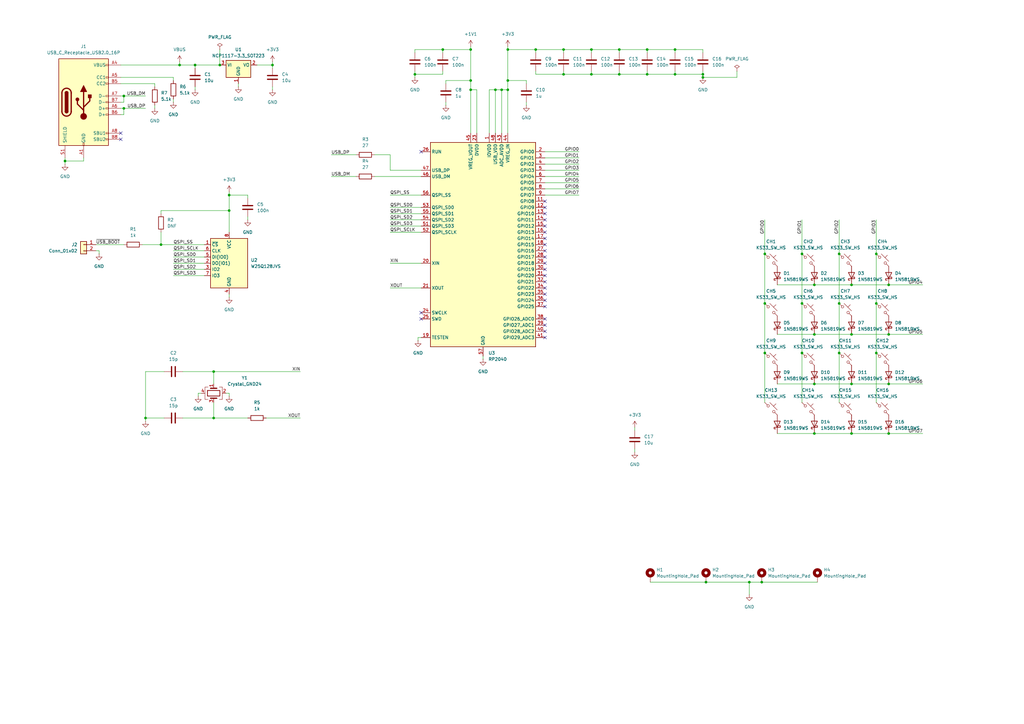
<source format=kicad_sch>
(kicad_sch (version 20231120) (generator "eeschema") (generator_version "8.0")
  (paper "A3")
  (title_block (title "Bandung v1.0.0") (date "2024-06-16") (rev "1") (company "Raidkaza"))
  (junction (at 359.41 124.46))
  (junction (at 193.04 36.83))
  (junction (at 359.41 104.14))
  (junction (at 344.17 104.14))
  (junction (at 242.57 30.48))
  (junction (at 208.28 20.32))
  (junction (at 349.25 116.84))
  (junction (at 334.01 116.84))
  (junction (at 170.18 30.48))
  (junction (at 231.14 30.48))
  (junction (at 288.29 30.48))
  (junction (at 344.17 144.78))
  (junction (at 307.34 238.76))
  (junction (at 328.93 124.46))
  (junction (at 208.28 33.02))
  (junction (at 193.04 33.02))
  (junction (at 344.17 124.46))
  (junction (at 359.41 144.78))
  (junction (at 334.01 137.16))
  (junction (at 364.49 137.16))
  (junction (at 208.28 36.83))
  (junction (at 254 30.48))
  (junction (at 328.93 144.78))
  (junction (at 288.29 31.75))
  (junction (at 242.57 20.32))
  (junction (at 265.43 20.32))
  (junction (at 289.56 238.76))
  (junction (at 265.43 30.48))
  (junction (at 334.01 177.8))
  (junction (at 328.93 104.14))
  (junction (at 181.61 20.32))
  (junction (at 349.25 137.16))
  (junction (at 90.17 26.67))
  (junction (at 111.76 26.67))
  (junction (at 231.14 20.32))
  (junction (at 73.66 26.67))
  (junction (at 93.98 80.01))
  (junction (at 50.8 44.45))
  (junction (at 59.69 171.45))
  (junction (at 87.63 171.45))
  (junction (at 276.86 20.32))
  (junction (at 364.49 157.48))
  (junction (at 203.2 36.83))
  (junction (at 313.69 124.46))
  (junction (at 50.8 39.37))
  (junction (at 205.74 36.83))
  (junction (at 334.01 157.48))
  (junction (at 313.69 104.14))
  (junction (at 313.69 144.78))
  (junction (at 80.01 26.67))
  (junction (at 349.25 177.8))
  (junction (at 349.25 157.48))
  (junction (at 193.04 20.32))
  (junction (at 26.67 66.04))
  (junction (at 254 20.32))
  (junction (at 364.49 116.84))
  (junction (at 87.63 152.4))
  (junction (at 93.98 86.36))
  (junction (at 276.86 30.48))
  (junction (at 219.71 20.32))
  (junction (at 66.04 100.33))
  (junction (at 364.49 177.8))
  (junction (at 312.42 238.76))
  (no_connect (at 223.52 123.19))
  (no_connect (at 223.52 107.95))
  (no_connect (at 223.52 92.71))
  (no_connect (at 223.52 82.55))
  (no_connect (at 49.53 57.15))
  (no_connect (at 223.52 95.25))
  (no_connect (at 172.72 128.27))
  (no_connect (at 223.52 120.65))
  (no_connect (at 172.72 130.81))
  (no_connect (at 223.52 133.35))
  (no_connect (at 223.52 115.57))
  (no_connect (at 223.52 138.43))
  (no_connect (at 223.52 135.89))
  (no_connect (at 223.52 130.81))
  (no_connect (at 223.52 85.09))
  (no_connect (at 223.52 110.49))
  (no_connect (at 223.52 105.41))
  (no_connect (at 223.52 118.11))
  (no_connect (at 172.72 62.23))
  (no_connect (at 223.52 125.73))
  (no_connect (at 223.52 90.17))
  (no_connect (at 49.53 54.61))
  (no_connect (at 223.52 97.79))
  (no_connect (at 223.52 113.03))
  (no_connect (at 223.52 100.33))
  (no_connect (at 223.52 102.87))
  (no_connect (at 223.52 87.63))
  (wire (pts (xy 344.17 124.46) (xy 344.17 144.78)))
  (wire (pts (xy 63.5 43.18) (xy 63.5 44.45)))
  (wire (pts (xy 181.61 20.32) (xy 181.61 21.59)))
  (wire (pts (xy 87.63 152.4) (xy 74.93 152.4)))
  (wire (pts (xy 181.61 30.48) (xy 170.18 30.48)))
  (wire (pts (xy 254 20.32) (xy 254 21.59)))
  (wire (pts (xy 289.56 238.76) (xy 307.34 238.76)))
  (wire (pts (xy 219.71 20.32) (xy 208.28 20.32)))
  (wire (pts (xy 208.28 20.32) (xy 208.28 33.02)))
  (wire (pts (xy 260.35 184.15) (xy 260.35 185.42)))
  (wire (pts (xy 334.01 137.16) (xy 349.25 137.16)))
  (wire (pts (xy 73.66 26.67) (xy 80.01 26.67)))
  (wire (pts (xy 71.12 40.64) (xy 71.12 41.91)))
  (wire (pts (xy 349.25 177.8) (xy 364.49 177.8)))
  (wire (pts (xy 66.04 86.36) (xy 93.98 86.36)))
  (wire (pts (xy 49.53 46.99) (xy 50.8 46.99)))
  (wire (pts (xy 193.04 20.32) (xy 181.61 20.32)))
  (wire (pts (xy 328.93 104.14) (xy 328.93 90.17)))
  (wire (pts (xy 160.02 118.11) (xy 172.72 118.11)))
  (wire (pts (xy 40.64 102.87) (xy 39.37 102.87)))
  (wire (pts (xy 265.43 29.21) (xy 265.43 30.48)))
  (wire (pts (xy 312.42 238.76) (xy 335.28 238.76)))
  (wire (pts (xy 71.12 105.41) (xy 83.82 105.41)))
  (wire (pts (xy 160.02 87.63) (xy 172.72 87.63)))
  (wire (pts (xy 59.69 171.45) (xy 67.31 171.45)))
  (wire (pts (xy 109.22 171.45) (xy 123.19 171.45)))
  (wire (pts (xy 111.76 35.56) (xy 111.76 36.83)))
  (wire (pts (xy 219.71 29.21) (xy 219.71 30.48)))
  (wire (pts (xy 135.89 63.5) (xy 146.05 63.5)))
  (wire (pts (xy 171.45 139.7) (xy 171.45 138.43)))
  (wire (pts (xy 49.53 44.45) (xy 50.8 44.45)))
  (wire (pts (xy 276.86 29.21) (xy 276.86 30.48)))
  (wire (pts (xy 71.12 110.49) (xy 83.82 110.49)))
  (wire (pts (xy 223.52 62.23) (xy 237.49 62.23)))
  (wire (pts (xy 205.74 36.83) (xy 205.74 54.61)))
  (wire (pts (xy 93.98 78.74) (xy 93.98 80.01)))
  (wire (pts (xy 313.69 124.46) (xy 313.69 144.78)))
  (wire (pts (xy 334.01 157.48) (xy 349.25 157.48)))
  (wire (pts (xy 231.14 20.32) (xy 219.71 20.32)))
  (wire (pts (xy 200.66 36.83) (xy 200.66 54.61)))
  (wire (pts (xy 193.04 36.83) (xy 193.04 54.61)))
  (wire (pts (xy 242.57 30.48) (xy 231.14 30.48)))
  (wire (pts (xy 276.86 30.48) (xy 265.43 30.48)))
  (wire (pts (xy 93.98 80.01) (xy 101.6 80.01)))
  (wire (pts (xy 349.25 137.16) (xy 364.49 137.16)))
  (wire (pts (xy 160.02 80.01) (xy 172.72 80.01)))
  (wire (pts (xy 359.41 104.14) (xy 359.41 90.17)))
  (wire (pts (xy 87.63 171.45) (xy 87.63 165.1)))
  (wire (pts (xy 349.25 157.48) (xy 364.49 157.48)))
  (wire (pts (xy 160.02 92.71) (xy 172.72 92.71)))
  (wire (pts (xy 170.18 20.32) (xy 170.18 21.59)))
  (wire (pts (xy 59.69 152.4) (xy 59.69 171.45)))
  (wire (pts (xy 66.04 95.25) (xy 66.04 100.33)))
  (wire (pts (xy 223.52 64.77) (xy 237.49 64.77)))
  (wire (pts (xy 344.17 104.14) (xy 344.17 90.17)))
  (wire (pts (xy 288.29 20.32) (xy 276.86 20.32)))
  (wire (pts (xy 74.93 171.45) (xy 87.63 171.45)))
  (wire (pts (xy 265.43 30.48) (xy 254 30.48)))
  (wire (pts (xy 181.61 20.32) (xy 170.18 20.32)))
  (wire (pts (xy 80.01 35.56) (xy 80.01 36.83)))
  (wire (pts (xy 63.5 34.29) (xy 49.53 34.29)))
  (wire (pts (xy 81.28 162.56) (xy 81.28 161.29)))
  (wire (pts (xy 302.26 29.21) (xy 302.26 31.75)))
  (wire (pts (xy 359.41 144.78) (xy 359.41 165.1)))
  (wire (pts (xy 193.04 33.02) (xy 193.04 20.32)))
  (wire (pts (xy 254 30.48) (xy 242.57 30.48)))
  (wire (pts (xy 260.35 175.26) (xy 260.35 176.53)))
  (wire (pts (xy 40.64 104.14) (xy 40.64 102.87)))
  (wire (pts (xy 193.04 19.05) (xy 193.04 20.32)))
  (wire (pts (xy 101.6 80.01) (xy 101.6 81.28)))
  (wire (pts (xy 50.8 44.45) (xy 59.69 44.45)))
  (wire (pts (xy 219.71 20.32) (xy 219.71 21.59)))
  (wire (pts (xy 313.69 144.78) (xy 313.69 165.1)))
  (wire (pts (xy 153.67 72.39) (xy 172.72 72.39)))
  (wire (pts (xy 181.61 29.21) (xy 181.61 30.48)))
  (wire (pts (xy 34.29 66.04) (xy 34.29 64.77)))
  (wire (pts (xy 81.28 161.29) (xy 82.55 161.29)))
  (wire (pts (xy 193.04 33.02) (xy 193.04 36.83)))
  (wire (pts (xy 111.76 26.67) (xy 111.76 25.4)))
  (wire (pts (xy 93.98 161.29) (xy 92.71 161.29)))
  (wire (pts (xy 195.58 54.61) (xy 195.58 36.83)))
  (wire (pts (xy 90.17 20.32) (xy 90.17 26.67)))
  (wire (pts (xy 364.49 116.84) (xy 378.46 116.84)))
  (wire (pts (xy 66.04 100.33) (xy 83.82 100.33)))
  (wire (pts (xy 50.8 46.99) (xy 50.8 44.45)))
  (wire (pts (xy 80.01 26.67) (xy 80.01 27.94)))
  (wire (pts (xy 198.12 146.05) (xy 198.12 147.32)))
  (wire (pts (xy 111.76 26.67) (xy 111.76 27.94)))
  (wire (pts (xy 170.18 30.48) (xy 170.18 31.75)))
  (wire (pts (xy 254 29.21) (xy 254 30.48)))
  (wire (pts (xy 49.53 26.67) (xy 73.66 26.67)))
  (wire (pts (xy 59.69 171.45) (xy 59.69 172.72)))
  (wire (pts (xy 223.52 74.93) (xy 237.49 74.93)))
  (wire (pts (xy 328.93 104.14) (xy 328.93 124.46)))
  (wire (pts (xy 318.77 116.84) (xy 334.01 116.84)))
  (wire (pts (xy 50.8 41.91) (xy 50.8 39.37)))
  (wire (pts (xy 328.93 144.78) (xy 328.93 165.1)))
  (wire (pts (xy 318.77 177.8) (xy 334.01 177.8)))
  (wire (pts (xy 160.02 63.5) (xy 160.02 69.85)))
  (wire (pts (xy 171.45 138.43) (xy 172.72 138.43)))
  (wire (pts (xy 364.49 177.8) (xy 378.46 177.8)))
  (wire (pts (xy 58.42 100.33) (xy 66.04 100.33)))
  (wire (pts (xy 344.17 104.14) (xy 344.17 124.46)))
  (wire (pts (xy 135.89 72.39) (xy 146.05 72.39)))
  (wire (pts (xy 265.43 20.32) (xy 254 20.32)))
  (wire (pts (xy 160.02 85.09) (xy 172.72 85.09)))
  (wire (pts (xy 231.14 29.21) (xy 231.14 30.48)))
  (wire (pts (xy 71.12 107.95) (xy 83.82 107.95)))
  (wire (pts (xy 242.57 20.32) (xy 231.14 20.32)))
  (wire (pts (xy 254 20.32) (xy 242.57 20.32)))
  (wire (pts (xy 105.41 26.67) (xy 111.76 26.67)))
  (wire (pts (xy 182.88 34.29) (xy 182.88 33.02)))
  (wire (pts (xy 71.12 113.03) (xy 83.82 113.03)))
  (wire (pts (xy 87.63 171.45) (xy 101.6 171.45)))
  (wire (pts (xy 318.77 157.48) (xy 334.01 157.48)))
  (wire (pts (xy 364.49 137.16) (xy 378.46 137.16)))
  (wire (pts (xy 364.49 157.48) (xy 378.46 157.48)))
  (wire (pts (xy 223.52 69.85) (xy 237.49 69.85)))
  (wire (pts (xy 67.31 152.4) (xy 59.69 152.4)))
  (wire (pts (xy 93.98 162.56) (xy 93.98 161.29)))
  (wire (pts (xy 215.9 41.91) (xy 215.9 43.18)))
  (wire (pts (xy 195.58 36.83) (xy 193.04 36.83)))
  (wire (pts (xy 223.52 72.39) (xy 237.49 72.39)))
  (wire (pts (xy 223.52 67.31) (xy 237.49 67.31)))
  (wire (pts (xy 288.29 30.48) (xy 276.86 30.48)))
  (wire (pts (xy 266.7 238.76) (xy 289.56 238.76)))
  (wire (pts (xy 307.34 238.76) (xy 312.42 238.76)))
  (wire (pts (xy 288.29 29.21) (xy 288.29 30.48)))
  (wire (pts (xy 80.01 26.67) (xy 90.17 26.67)))
  (wire (pts (xy 182.88 33.02) (xy 193.04 33.02)))
  (wire (pts (xy 223.52 77.47) (xy 237.49 77.47)))
  (wire (pts (xy 231.14 20.32) (xy 231.14 21.59)))
  (wire (pts (xy 160.02 95.25) (xy 172.72 95.25)))
  (wire (pts (xy 49.53 41.91) (xy 50.8 41.91)))
  (wire (pts (xy 87.63 152.4) (xy 123.19 152.4)))
  (wire (pts (xy 318.77 137.16) (xy 334.01 137.16)))
  (wire (pts (xy 205.74 36.83) (xy 203.2 36.83)))
  (wire (pts (xy 215.9 33.02) (xy 215.9 34.29)))
  (wire (pts (xy 242.57 20.32) (xy 242.57 21.59)))
  (wire (pts (xy 313.69 104.14) (xy 313.69 90.17)))
  (wire (pts (xy 242.57 29.21) (xy 242.57 30.48)))
  (wire (pts (xy 328.93 124.46) (xy 328.93 144.78)))
  (wire (pts (xy 334.01 177.8) (xy 349.25 177.8)))
  (wire (pts (xy 63.5 35.56) (xy 63.5 34.29)))
  (wire (pts (xy 208.28 36.83) (xy 205.74 36.83)))
  (wire (pts (xy 208.28 33.02) (xy 215.9 33.02)))
  (wire (pts (xy 93.98 120.65) (xy 93.98 121.92)))
  (wire (pts (xy 170.18 30.48) (xy 170.18 29.21)))
  (wire (pts (xy 101.6 88.9) (xy 101.6 90.17)))
  (wire (pts (xy 208.28 19.05) (xy 208.28 20.32)))
  (wire (pts (xy 208.28 36.83) (xy 208.28 33.02)))
  (wire (pts (xy 50.8 39.37) (xy 59.69 39.37)))
  (wire (pts (xy 276.86 20.32) (xy 265.43 20.32)))
  (wire (pts (xy 71.12 31.75) (xy 49.53 31.75)))
  (wire (pts (xy 302.26 31.75) (xy 288.29 31.75)))
  (wire (pts (xy 49.53 39.37) (xy 50.8 39.37)))
  (wire (pts (xy 160.02 90.17) (xy 172.72 90.17)))
  (wire (pts (xy 359.41 124.46) (xy 359.41 144.78)))
  (wire (pts (xy 66.04 87.63) (xy 66.04 86.36)))
  (wire (pts (xy 223.52 80.01) (xy 237.49 80.01)))
  (wire (pts (xy 265.43 20.32) (xy 265.43 21.59)))
  (wire (pts (xy 359.41 104.14) (xy 359.41 124.46)))
  (wire (pts (xy 153.67 63.5) (xy 160.02 63.5)))
  (wire (pts (xy 288.29 30.48) (xy 288.29 31.75)))
  (wire (pts (xy 71.12 33.02) (xy 71.12 31.75)))
  (wire (pts (xy 26.67 64.77) (xy 26.67 66.04)))
  (wire (pts (xy 313.69 104.14) (xy 313.69 124.46)))
  (wire (pts (xy 334.01 116.84) (xy 349.25 116.84)))
  (wire (pts (xy 307.34 238.76) (xy 307.34 243.84)))
  (wire (pts (xy 203.2 36.83) (xy 200.66 36.83)))
  (wire (pts (xy 231.14 30.48) (xy 219.71 30.48)))
  (wire (pts (xy 160.02 107.95) (xy 172.72 107.95)))
  (wire (pts (xy 71.12 102.87) (xy 83.82 102.87)))
  (wire (pts (xy 203.2 36.83) (xy 203.2 54.61)))
  (wire (pts (xy 344.17 144.78) (xy 344.17 165.1)))
  (wire (pts (xy 39.37 100.33) (xy 50.8 100.33)))
  (wire (pts (xy 276.86 20.32) (xy 276.86 21.59)))
  (wire (pts (xy 208.28 54.61) (xy 208.28 36.83)))
  (wire (pts (xy 87.63 157.48) (xy 87.63 152.4)))
  (wire (pts (xy 160.02 69.85) (xy 172.72 69.85)))
  (wire (pts (xy 349.25 116.84) (xy 364.49 116.84)))
  (wire (pts (xy 26.67 66.04) (xy 26.67 67.31)))
  (wire (pts (xy 93.98 80.01) (xy 93.98 86.36)))
  (wire (pts (xy 73.66 26.67) (xy 73.66 25.4)))
  (wire (pts (xy 288.29 20.32) (xy 288.29 21.59)))
  (wire (pts (xy 182.88 41.91) (xy 182.88 43.18)))
  (wire (pts (xy 26.67 66.04) (xy 34.29 66.04)))
  (wire (pts (xy 93.98 86.36) (xy 93.98 95.25)))
  (wire (pts (xy 97.79 34.29) (xy 97.79 35.56)))
  (label "QSPI_SD3" (at 160.02 92.71 0))
  (label "GPIO5" (at 237.49 74.93 180))
  (label "GPIO0" (at 237.49 62.23 180))
  (label "USB_DM" (at 135.89 72.39 0))
  (label "QSPI_SD2" (at 71.12 110.49 0))
  (label "GPIO3" (at 359.41 90.17 270))
  (label "QSPI_SD0" (at 160.02 85.09 0))
  (label "~{USB_BOOT}" (at 39.37 100.33 0))
  (label "XOUT" (at 160.02 118.11 0))
  (label "QSPI_SD2" (at 160.02 90.17 0))
  (label "GPIO7" (at 378.46 177.8 180))
  (label "GPIO7" (at 237.49 80.01 180))
  (label "GPIO6" (at 378.46 157.48 180))
  (label "GPIO2" (at 237.49 67.31 180))
  (label "QSPI_SS" (at 71.12 100.33 0))
  (label "QSPI_SCLK" (at 160.02 95.25 0))
  (label "GPIO0" (at 313.69 90.17 270))
  (label "QSPI_SD1" (at 160.02 87.63 0))
  (label "GPIO1" (at 328.93 90.17 270))
  (label "QSPI_SCLK" (at 71.12 102.87 0))
  (label "GPIO1" (at 237.49 64.77 180))
  (label "QSPI_SS" (at 160.02 80.01 0))
  (label "QSPI_SD1" (at 71.12 107.95 0))
  (label "QSPI_SD0" (at 71.12 105.41 0))
  (label "USB_DP" (at 135.89 63.5 0))
  (label "QSPI_SD3" (at 71.12 113.03 0))
  (label "XIN" (at 123.19 152.4 180))
  (label "GPIO5" (at 378.46 137.16 180))
  (label "GPIO2" (at 344.17 90.17 270))
  (label "XIN" (at 160.02 107.95 0))
  (label "GPIO4" (at 378.46 116.84 180))
  (label "GPIO3" (at 237.49 69.85 180))
  (label "USB_DM" (at 59.69 39.37 180))
  (label "GPIO4" (at 237.49 72.39 180))
  (label "XOUT" (at 123.19 171.45 180))
  (label "USB_DP" (at 59.69 44.45 180))
  (label "GPIO6" (at 237.49 77.47 180))
  (symbol (lib_id "PCM_marbastlib-gateron_lp:KS33_SW_HS_KS-2P02B01-02") (at 316.23 167.64 0) (unit 1)
    (property "Reference" "CH13" (at 316.23 160.02 0))
    (property "Value" "KS33_SW_HS" (at 316.23 162.56 0))
    (property "Footprint" "PCM_marbastlib-xp-gateron_lp:SW_KS33_HS_KS-2P02B01-02_HS_1u" (effects (hide yes)))
    (property "Description" "Push button switch, normally open, two pins, 45° tilted" (effects (hide yes)))
  )
  (symbol (lib_id "Device:C") (at 219.71 25.4 0) (unit 1)
    (property "Reference" "C9" (at 223.52 24.1299 0) (effects (justify left)))
    (property "Value" "100n" (at 223.52 26.6699 0) (effects (justify left)))
    (property "Footprint" "Capacitor_SMD:C_0402_1005Metric" (effects (hide yes)))
    (property "Description" "Unpolarized capacitor" (effects (hide yes)))
  )
  (symbol (lib_id "Diode:1N5819WS") (at 334.01 173.99 90) (unit 1)
    (property "Reference" "D14" (at 336.55 173.0374 90) (effects (justify right)))
    (property "Value" "1N5819WS" (at 336.55 175.5774 90) (effects (justify right)))
    (property "Footprint" "Diode_SMD:D_SOD-323" (effects (hide yes)))
    (property "Datasheet" "https://datasheet.lcsc.com/lcsc/2204281430_Guangdong-Hottech-1N5819WS_C191023.pdf" (effects (hide yes)))
    (property "Description" "40V 600mV@1A 1A SOD-323 Schottky Barrier Diodes, SOD-323" (effects (hide yes)))
  )
  (symbol (lib_id "Device:R") (at 71.12 36.83 0) (unit 1)
    (property "Reference" "R6" (at 73.66 35.5599 0) (effects (justify left)))
    (property "Value" "5.1k" (at 73.66 38.0999 0) (effects (justify left)))
    (property "Footprint" "Resistor_SMD:R_0402_1005Metric" (effects (hide yes)))
    (property "Description" "Resistor" (effects (hide yes)))
  )
  (symbol (lib_id "PCM_marbastlib-gateron_lp:KS33_SW_HS_KS-2P02B01-02") (at 346.71 127 0) (unit 1)
    (property "Reference" "CH7" (at 346.71 119.38 0))
    (property "Value" "KS33_SW_HS" (at 346.71 121.92 0))
    (property "Footprint" "PCM_marbastlib-xp-gateron_lp:SW_KS33_HS_KS-2P02B01-02_HS_1u" (effects (hide yes)))
    (property "Description" "Push button switch, normally open, two pins, 45° tilted" (effects (hide yes)))
  )
  (symbol (lib_id "Connector:USB_C_Receptacle_USB2.0_16P") (at 34.29 41.91 0) (unit 1)
    (property "Reference" "J1" (at 34.29 19.05 0))
    (property "Value" "USB_C_Receptacle_USB2.0_16P" (at 34.29 21.59 0))
    (property "Footprint" "Connector_USB:USB_C_Receptacle_GCT_USB4085" (effects (hide yes)))
    (property "Datasheet" "https://www.usb.org/sites/default/files/documents/usb_type-c.zip" (effects (hide yes)))
    (property "Description" "USB 2.0-only 16P Type-C Receptacle connector" (effects (hide yes)))
  )
  (symbol (lib_id "Diode:1N5819WS") (at 334.01 133.35 90) (unit 1)
    (property "Reference" "D6" (at 336.55 132.3974 90) (effects (justify right)))
    (property "Value" "1N5819WS" (at 336.55 134.9374 90) (effects (justify right)))
    (property "Footprint" "Diode_SMD:D_SOD-323" (effects (hide yes)))
    (property "Datasheet" "https://datasheet.lcsc.com/lcsc/2204281430_Guangdong-Hottech-1N5819WS_C191023.pdf" (effects (hide yes)))
    (property "Description" "40V 600mV@1A 1A SOD-323 Schottky Barrier Diodes, SOD-323" (effects (hide yes)))
  )
  (symbol (lib_id "Device:C") (at 71.12 171.45 90) (unit 1)
    (property "Reference" "C3" (at 71.12 163.83 90))
    (property "Value" "15p" (at 71.12 166.37 90))
    (property "Footprint" "Capacitor_SMD:C_0402_1005Metric" (effects (hide yes)))
    (property "Description" "Unpolarized capacitor" (effects (hide yes)))
  )
  (symbol (lib_id "Device:C") (at 181.61 25.4 0) (unit 1)
    (property "Reference" "C7" (at 185.42 24.1299 0) (effects (justify left)))
    (property "Value" "100n" (at 185.42 26.6699 0) (effects (justify left)))
    (property "Footprint" "Capacitor_SMD:C_0402_1005Metric" (effects (hide yes)))
    (property "Description" "Unpolarized capacitor" (effects (hide yes)))
  )
  (symbol (lib_id "power:GND") (at 40.64 104.14 0) (unit 1)
    (property "Reference" "#PWR09" (effects (hide yes)))
    (property "Value" "GND" (at 40.64 109.22 0))
    (property "Description" "Power symbol creates a global label with name \"GND\" , ground" (effects (hide yes)))
  )
  (symbol (lib_id "Regulator_Linear:NCP1117-3.3_SOT223") (at 97.79 26.67 0) (unit 1)
    (property "Reference" "U1" (at 97.79 20.32 0))
    (property "Value" "NCP1117-3.3_SOT223" (at 97.79 22.86 0))
    (property "Footprint" "Package_TO_SOT_SMD:SOT-223-3_TabPin2" (effects (hide yes)))
    (property "Datasheet" "http://www.onsemi.com/pub_link/Collateral/NCP1117-D.PDF" (effects (hide yes)))
    (property "Description" "1A Low drop-out regulator, Fixed Output 3.3V, SOT-223" (effects (hide yes)))
  )
  (symbol (lib_id "PCM_marbastlib-gateron_lp:KS33_SW_HS_KS-2P02B01-02") (at 331.47 106.68 0) (unit 1)
    (property "Reference" "CH2" (at 331.47 99.06 0))
    (property "Value" "KS33_SW_HS" (at 331.47 101.6 0))
    (property "Footprint" "PCM_marbastlib-xp-gateron_lp:SW_KS33_HS_KS-2P02B01-02_HS_1u" (effects (hide yes)))
    (property "Description" "Push button switch, normally open, two pins, 45° tilted" (effects (hide yes)))
  )
  (symbol (lib_id "MCU_RaspberryPi:RP2040") (at 198.12 100.33 0) (unit 1)
    (property "Reference" "U3" (at 200.3141 144.78 0) (effects (justify left)))
    (property "Value" "RP2040" (at 200.3141 147.32 0) (effects (justify left)))
    (property "Footprint" "Package_DFN_QFN:QFN-56-1EP_7x7mm_P0.4mm_EP3.2x3.2mm" (effects (hide yes)))
    (property "Datasheet" "https://datasheets.raspberrypi.com/rp2040/rp2040-datasheet.pdf" (effects (hide yes)))
    (property "Description" "A microcontroller by Raspberry Pi" (effects (hide yes)))
  )
  (symbol (lib_id "power:GND") (at 93.98 162.56 0) (unit 1)
    (property "Reference" "#PWR014" (effects (hide yes)))
    (property "Value" "GND" (at 93.98 167.64 0))
    (property "Description" "Power symbol creates a global label with name \"GND\" , ground" (effects (hide yes)))
  )
  (symbol (lib_id "Diode:1N5819WS") (at 318.77 133.35 90) (unit 1)
    (property "Reference" "D5" (at 321.31 132.3974 90) (effects (justify right)))
    (property "Value" "1N5819WS" (at 321.31 134.9374 90) (effects (justify right)))
    (property "Footprint" "Diode_SMD:D_SOD-323" (effects (hide yes)))
    (property "Datasheet" "https://datasheet.lcsc.com/lcsc/2204281430_Guangdong-Hottech-1N5819WS_C191023.pdf" (effects (hide yes)))
    (property "Description" "40V 600mV@1A 1A SOD-323 Schottky Barrier Diodes, SOD-323" (effects (hide yes)))
  )
  (symbol (lib_id "power:+1V1") (at 193.04 19.05 0) (unit 1)
    (property "Reference" "#PWR021" (effects (hide yes)))
    (property "Value" "+1V1" (at 193.04 13.97 0))
    (property "Description" "Power symbol creates a global label with name \"+1V1\"" (effects (hide yes)))
  )
  (symbol (lib_id "Device:R") (at 149.86 72.39 90) (unit 1)
    (property "Reference" "R4" (at 149.86 66.04 90))
    (property "Value" "27" (at 149.86 68.58 90))
    (property "Footprint" "Resistor_SMD:R_0402_1005Metric" (effects (hide yes)))
    (property "Description" "Resistor" (effects (hide yes)))
  )
  (symbol (lib_id "power:PWR_FLAG") (at 90.17 20.32 0) (unit 1)
    (property "Reference" "#FLG01" (effects (hide yes)))
    (property "Value" "PWR_FLAG" (at 90.17 15.24 0))
    (property "Description" "Special symbol for telling ERC where power comes from" (effects (hide yes)))
  )
  (symbol (lib_id "power:+3V3") (at 93.98 78.74 0) (unit 1)
    (property "Reference" "#PWR011" (effects (hide yes)))
    (property "Value" "+3V3" (at 93.98 73.66 0))
    (property "Description" "Power symbol creates a global label with name \"+3V3\"" (effects (hide yes)))
  )
  (symbol (lib_id "Device:C") (at 242.57 25.4 0) (unit 1)
    (property "Reference" "C12" (at 246.38 24.1299 0) (effects (justify left)))
    (property "Value" "100n" (at 246.38 26.6699 0) (effects (justify left)))
    (property "Footprint" "Capacitor_SMD:C_0402_1005Metric" (effects (hide yes)))
    (property "Description" "Unpolarized capacitor" (effects (hide yes)))
  )
  (symbol (lib_id "power:PWR_FLAG") (at 302.26 29.21 0) (unit 1)
    (property "Reference" "#FLG02" (effects (hide yes)))
    (property "Value" "PWR_FLAG" (at 302.26 24.13 0))
    (property "Description" "Special symbol for telling ERC where power comes from" (effects (hide yes)))
  )
  (symbol (lib_id "Diode:1N5819WS") (at 364.49 113.03 90) (unit 1)
    (property "Reference" "D4" (at 367.03 112.0774 90) (effects (justify right)))
    (property "Value" "1N5819WS" (at 367.03 114.6174 90) (effects (justify right)))
    (property "Footprint" "Diode_SMD:D_SOD-323" (effects (hide yes)))
    (property "Datasheet" "https://datasheet.lcsc.com/lcsc/2204281430_Guangdong-Hottech-1N5819WS_C191023.pdf" (effects (hide yes)))
    (property "Description" "40V 600mV@1A 1A SOD-323 Schottky Barrier Diodes, SOD-323" (effects (hide yes)))
  )
  (symbol (lib_id "Diode:1N5819WS") (at 364.49 173.99 90) (unit 1)
    (property "Reference" "D16" (at 367.03 173.0374 90) (effects (justify right)))
    (property "Value" "1N5819WS" (at 367.03 175.5774 90) (effects (justify right)))
    (property "Footprint" "Diode_SMD:D_SOD-323" (effects (hide yes)))
    (property "Datasheet" "https://datasheet.lcsc.com/lcsc/2204281430_Guangdong-Hottech-1N5819WS_C191023.pdf" (effects (hide yes)))
    (property "Description" "40V 600mV@1A 1A SOD-323 Schottky Barrier Diodes, SOD-323" (effects (hide yes)))
  )
  (symbol (lib_id "Diode:1N5819WS") (at 364.49 153.67 90) (unit 1)
    (property "Reference" "D12" (at 367.03 152.7174 90) (effects (justify right)))
    (property "Value" "1N5819WS" (at 367.03 155.2574 90) (effects (justify right)))
    (property "Footprint" "Diode_SMD:D_SOD-323" (effects (hide yes)))
    (property "Datasheet" "https://datasheet.lcsc.com/lcsc/2204281430_Guangdong-Hottech-1N5819WS_C191023.pdf" (effects (hide yes)))
    (property "Description" "40V 600mV@1A 1A SOD-323 Schottky Barrier Diodes, SOD-323" (effects (hide yes)))
  )
  (symbol (lib_id "power:+3V3") (at 208.28 19.05 0) (unit 1)
    (property "Reference" "#PWR022" (effects (hide yes)))
    (property "Value" "+3V3" (at 208.28 13.97 0))
    (property "Description" "Power symbol creates a global label with name \"+3V3\"" (effects (hide yes)))
  )
  (symbol (lib_id "Mechanical:MountingHole_Pad") (at 266.7 236.22 0) (unit 1) (exclude_from_sim yes) (in_bom no)
    (property "Reference" "H1" (at 269.24 233.6799 0) (effects (justify left)))
    (property "Value" "MountingHole_Pad" (at 269.24 236.2199 0) (effects (justify left)))
    (property "Footprint" "MountingHole:MountingHole_3.2mm_M3_Pad_Via" (effects (hide yes)))
    (property "Description" "Mounting Hole with connection" (effects (hide yes)))
  )
  (symbol (lib_id "power:GND") (at 71.12 41.91 0) (unit 1)
    (property "Reference" "#PWR08" (effects (hide yes)))
    (property "Value" "GND" (at 71.12 46.99 0))
    (property "Description" "Power symbol creates a global label with name \"GND\" , ground" (effects (hide yes)))
  )
  (symbol (lib_id "power:GND") (at 59.69 172.72 0) (unit 1)
    (property "Reference" "#PWR015" (effects (hide yes)))
    (property "Value" "GND" (at 59.69 177.8 0))
    (property "Description" "Power symbol creates a global label with name \"GND\" , ground" (effects (hide yes)))
  )
  (symbol (lib_id "Device:R") (at 105.41 171.45 90) (unit 1)
    (property "Reference" "R5" (at 105.41 165.1 90))
    (property "Value" "1k" (at 105.41 167.64 90))
    (property "Footprint" "Resistor_SMD:R_0402_1005Metric" (effects (hide yes)))
    (property "Description" "Resistor" (effects (hide yes)))
  )
  (symbol (lib_id "Memory_Flash:W25Q128JVS") (at 93.98 107.95 0) (unit 1)
    (property "Reference" "U2" (at 102.87 106.6799 0) (effects (justify left)))
    (property "Value" "W25Q128JVS" (at 102.87 109.2199 0) (effects (justify left)))
    (property "Footprint" "Package_SO:SOIC-8_5.23x5.23mm_P1.27mm" (effects (hide yes)))
    (property "Datasheet" "http://www.winbond.com/resource-files/w25q128jv_dtr%20revc%2003272018%20plus.pdf" (effects (hide yes)))
    (property "Description" "128Mb Serial Flash Memory, Standard/Dual/Quad SPI, SOIC-8" (effects (hide yes)))
  )
  (symbol (lib_id "power:GND") (at 80.01 36.83 0) (unit 1)
    (property "Reference" "#PWR04" (effects (hide yes)))
    (property "Value" "GND" (at 80.01 41.91 0))
    (property "Description" "Power symbol creates a global label with name \"GND\" , ground" (effects (hide yes)))
  )
  (symbol (lib_id "PCM_marbastlib-gateron_lp:KS33_SW_HS_KS-2P02B01-02") (at 361.95 167.64 0) (unit 1)
    (property "Reference" "CH16" (at 361.95 160.02 0))
    (property "Value" "KS33_SW_HS" (at 361.95 162.56 0))
    (property "Footprint" "PCM_marbastlib-xp-gateron_lp:SW_KS33_HS_KS-2P02B01-02_HS_1u" (effects (hide yes)))
    (property "Description" "Push button switch, normally open, two pins, 45° tilted" (effects (hide yes)))
  )
  (symbol (lib_id "Device:C") (at 101.6 85.09 0) (unit 1)
    (property "Reference" "C5" (at 105.41 83.8199 0) (effects (justify left)))
    (property "Value" "100n" (at 105.41 86.3599 0) (effects (justify left)))
    (property "Footprint" "Capacitor_SMD:C_0402_1005Metric" (effects (hide yes)))
    (property "Description" "Unpolarized capacitor" (effects (hide yes)))
  )
  (symbol (lib_id "Device:C") (at 111.76 31.75 0) (unit 1)
    (property "Reference" "C4" (at 115.57 30.4799 0) (effects (justify left)))
    (property "Value" "10u" (at 115.57 33.0199 0) (effects (justify left)))
    (property "Footprint" "Capacitor_SMD:C_0805_2012Metric" (effects (hide yes)))
    (property "Description" "Unpolarized capacitor" (effects (hide yes)))
  )
  (symbol (lib_id "Diode:1N5819WS") (at 349.25 173.99 90) (unit 1)
    (property "Reference" "D15" (at 351.79 173.0374 90) (effects (justify right)))
    (property "Value" "1N5819WS" (at 351.79 175.5774 90) (effects (justify right)))
    (property "Footprint" "Diode_SMD:D_SOD-323" (effects (hide yes)))
    (property "Datasheet" "https://datasheet.lcsc.com/lcsc/2204281430_Guangdong-Hottech-1N5819WS_C191023.pdf" (effects (hide yes)))
    (property "Description" "40V 600mV@1A 1A SOD-323 Schottky Barrier Diodes, SOD-323" (effects (hide yes)))
  )
  (symbol (lib_id "power:GND") (at 182.88 43.18 0) (unit 1)
    (property "Reference" "#PWR019" (effects (hide yes)))
    (property "Value" "GND" (at 182.88 48.26 0))
    (property "Description" "Power symbol creates a global label with name \"GND\" , ground" (effects (hide yes)))
  )
  (symbol (lib_id "power:GND") (at 26.67 67.31 0) (unit 1)
    (property "Reference" "#PWR03" (effects (hide yes)))
    (property "Value" "GND" (at 26.67 72.39 0))
    (property "Description" "Power symbol creates a global label with name \"GND\" , ground" (effects (hide yes)))
  )
  (symbol (lib_id "Device:C") (at 170.18 25.4 0) (unit 1)
    (property "Reference" "C6" (at 173.99 24.1299 0) (effects (justify left)))
    (property "Value" "100n" (at 173.99 26.6699 0) (effects (justify left)))
    (property "Footprint" "Capacitor_SMD:C_0402_1005Metric" (effects (hide yes)))
    (property "Description" "Unpolarized capacitor" (effects (hide yes)))
  )
  (symbol (lib_id "power:GND") (at 93.98 121.92 0) (unit 1)
    (property "Reference" "#PWR010" (effects (hide yes)))
    (property "Value" "GND" (at 93.98 127 0))
    (property "Description" "Power symbol creates a global label with name \"GND\" , ground" (effects (hide yes)))
  )
  (symbol (lib_id "PCM_marbastlib-gateron_lp:KS33_SW_HS_KS-2P02B01-02") (at 316.23 106.68 0) (unit 1)
    (property "Reference" "CH1" (at 316.23 99.06 0))
    (property "Value" "KS33_SW_HS" (at 316.23 101.6 0))
    (property "Footprint" "PCM_marbastlib-xp-gateron_lp:SW_KS33_HS_KS-2P02B01-02_HS_1u" (effects (hide yes)))
    (property "Description" "Push button switch, normally open, two pins, 45° tilted" (effects (hide yes)))
  )
  (symbol (lib_id "Diode:1N5819WS") (at 349.25 113.03 90) (unit 1)
    (property "Reference" "D3" (at 351.79 112.0774 90) (effects (justify right)))
    (property "Value" "1N5819WS" (at 351.79 114.6174 90) (effects (justify right)))
    (property "Footprint" "Diode_SMD:D_SOD-323" (effects (hide yes)))
    (property "Datasheet" "https://datasheet.lcsc.com/lcsc/2204281430_Guangdong-Hottech-1N5819WS_C191023.pdf" (effects (hide yes)))
    (property "Description" "40V 600mV@1A 1A SOD-323 Schottky Barrier Diodes, SOD-323" (effects (hide yes)))
  )
  (symbol (lib_id "Mechanical:MountingHole_Pad") (at 335.28 236.22 0) (unit 1) (exclude_from_sim yes) (in_bom no)
    (property "Reference" "H4" (at 337.82 233.6799 0) (effects (justify left)))
    (property "Value" "MountingHole_Pad" (at 337.82 236.2199 0) (effects (justify left)))
    (property "Footprint" "MountingHole:MountingHole_3.2mm_M3_Pad_Via" (effects (hide yes)))
    (property "Description" "Mounting Hole with connection" (effects (hide yes)))
  )
  (symbol (lib_id "Device:C") (at 288.29 25.4 0) (unit 1)
    (property "Reference" "C16" (at 292.1 24.1299 0) (effects (justify left)))
    (property "Value" "100n" (at 292.1 26.6699 0) (effects (justify left)))
    (property "Footprint" "Capacitor_SMD:C_0402_1005Metric" (effects (hide yes)))
    (property "Description" "Unpolarized capacitor" (effects (hide yes)))
  )
  (symbol (lib_id "PCM_marbastlib-gateron_lp:KS33_SW_HS_KS-2P02B01-02") (at 331.47 147.32 0) (unit 1)
    (property "Reference" "CH10" (at 331.47 139.7 0))
    (property "Value" "KS33_SW_HS" (at 331.47 142.24 0))
    (property "Footprint" "PCM_marbastlib-xp-gateron_lp:SW_KS33_HS_KS-2P02B01-02_HS_1u" (effects (hide yes)))
    (property "Description" "Push button switch, normally open, two pins, 45° tilted" (effects (hide yes)))
  )
  (symbol (lib_id "power:+3V3") (at 260.35 175.26 0) (unit 1)
    (property "Reference" "#PWR024" (effects (hide yes)))
    (property "Value" "+3V3" (at 260.35 170.18 0))
    (property "Description" "Power symbol creates a global label with name \"+3V3\"" (effects (hide yes)))
  )
  (symbol (lib_id "PCM_marbastlib-gateron_lp:KS33_SW_HS_KS-2P02B01-02") (at 331.47 167.64 0) (unit 1)
    (property "Reference" "CH14" (at 331.47 160.02 0))
    (property "Value" "KS33_SW_HS" (at 331.47 162.56 0))
    (property "Footprint" "PCM_marbastlib-xp-gateron_lp:SW_KS33_HS_KS-2P02B01-02_HS_1u" (effects (hide yes)))
    (property "Description" "Push button switch, normally open, two pins, 45° tilted" (effects (hide yes)))
  )
  (symbol (lib_id "Mechanical:MountingHole_Pad") (at 289.56 236.22 0) (unit 1) (exclude_from_sim yes) (in_bom no)
    (property "Reference" "H2" (at 292.1 233.6799 0) (effects (justify left)))
    (property "Value" "MountingHole_Pad" (at 292.1 236.2199 0) (effects (justify left)))
    (property "Footprint" "MountingHole:MountingHole_3.2mm_M3_Pad_Via" (effects (hide yes)))
    (property "Description" "Mounting Hole with connection" (effects (hide yes)))
  )
  (symbol (lib_id "PCM_marbastlib-gateron_lp:KS33_SW_HS_KS-2P02B01-02") (at 361.95 147.32 0) (unit 1)
    (property "Reference" "CH12" (at 361.95 139.7 0))
    (property "Value" "KS33_SW_HS" (at 361.95 142.24 0))
    (property "Footprint" "PCM_marbastlib-xp-gateron_lp:SW_KS33_HS_KS-2P02B01-02_HS_1u" (effects (hide yes)))
    (property "Description" "Push button switch, normally open, two pins, 45° tilted" (effects (hide yes)))
  )
  (symbol (lib_id "power:GND") (at 97.79 35.56 0) (unit 1)
    (property "Reference" "#PWR05" (effects (hide yes)))
    (property "Value" "GND" (at 97.79 40.64 0))
    (property "Description" "Power symbol creates a global label with name \"GND\" , ground" (effects (hide yes)))
  )
  (symbol (lib_id "power:GND") (at 288.29 31.75 0) (unit 1)
    (property "Reference" "#PWR023" (effects (hide yes)))
    (property "Value" "GND" (at 288.29 36.83 0))
    (property "Description" "Power symbol creates a global label with name \"GND\" , ground" (effects (hide yes)))
  )
  (symbol (lib_id "PCM_marbastlib-gateron_lp:KS33_SW_HS_KS-2P02B01-02") (at 346.71 167.64 0) (unit 1)
    (property "Reference" "CH15" (at 346.71 160.02 0))
    (property "Value" "KS33_SW_HS" (at 346.71 162.56 0))
    (property "Footprint" "PCM_marbastlib-xp-gateron_lp:SW_KS33_HS_KS-2P02B01-02_HS_1u" (effects (hide yes)))
    (property "Description" "Push button switch, normally open, two pins, 45° tilted" (effects (hide yes)))
  )
  (symbol (lib_id "PCM_marbastlib-gateron_lp:KS33_SW_HS_KS-2P02B01-02") (at 361.95 106.68 0) (unit 1)
    (property "Reference" "CH4" (at 361.95 99.06 0))
    (property "Value" "KS33_SW_HS" (at 361.95 101.6 0))
    (property "Footprint" "PCM_marbastlib-xp-gateron_lp:SW_KS33_HS_KS-2P02B01-02_HS_1u" (effects (hide yes)))
    (property "Description" "Push button switch, normally open, two pins, 45° tilted" (effects (hide yes)))
  )
  (symbol (lib_id "power:GND") (at 170.18 31.75 0) (unit 1)
    (property "Reference" "#PWR020" (effects (hide yes)))
    (property "Value" "GND" (at 170.18 36.83 0))
    (property "Description" "Power symbol creates a global label with name \"GND\" , ground" (effects (hide yes)))
  )
  (symbol (lib_id "power:GND") (at 260.35 185.42 0) (unit 1)
    (property "Reference" "#PWR025" (effects (hide yes)))
    (property "Value" "GND" (at 260.35 190.5 0))
    (property "Description" "Power symbol creates a global label with name \"GND\" , ground" (effects (hide yes)))
  )
  (symbol (lib_id "Device:C") (at 80.01 31.75 0) (unit 1)
    (property "Reference" "C1" (at 83.82 30.4799 0) (effects (justify left)))
    (property "Value" "10u" (at 83.82 33.0199 0) (effects (justify left)))
    (property "Footprint" "Capacitor_SMD:C_0805_2012Metric" (effects (hide yes)))
    (property "Description" "Unpolarized capacitor" (effects (hide yes)))
  )
  (symbol (lib_id "Diode:1N5819WS") (at 318.77 113.03 90) (unit 1)
    (property "Reference" "D1" (at 321.31 112.0774 90) (effects (justify right)))
    (property "Value" "1N5819WS" (at 321.31 114.6174 90) (effects (justify right)))
    (property "Footprint" "Diode_SMD:D_SOD-323" (effects (hide yes)))
    (property "Datasheet" "https://datasheet.lcsc.com/lcsc/2204281430_Guangdong-Hottech-1N5819WS_C191023.pdf" (effects (hide yes)))
    (property "Description" "40V 600mV@1A 1A SOD-323 Schottky Barrier Diodes, SOD-323" (effects (hide yes)))
  )
  (symbol (lib_id "Device:C") (at 276.86 25.4 0) (unit 1)
    (property "Reference" "C15" (at 280.67 24.1299 0) (effects (justify left)))
    (property "Value" "100n" (at 280.67 26.6699 0) (effects (justify left)))
    (property "Footprint" "Capacitor_SMD:C_0402_1005Metric" (effects (hide yes)))
    (property "Description" "Unpolarized capacitor" (effects (hide yes)))
  )
  (symbol (lib_id "power:GND") (at 81.28 162.56 0) (unit 1)
    (property "Reference" "#PWR013" (effects (hide yes)))
    (property "Value" "GND" (at 81.28 167.64 0))
    (property "Description" "Power symbol creates a global label with name \"GND\" , ground" (effects (hide yes)))
  )
  (symbol (lib_id "power:GND") (at 215.9 43.18 0) (unit 1)
    (property "Reference" "#PWR018" (effects (hide yes)))
    (property "Value" "GND" (at 215.9 48.26 0))
    (property "Description" "Power symbol creates a global label with name \"GND\" , ground" (effects (hide yes)))
  )
  (symbol (lib_id "Device:C") (at 231.14 25.4 0) (unit 1)
    (property "Reference" "C11" (at 234.95 24.1299 0) (effects (justify left)))
    (property "Value" "100n" (at 234.95 26.6699 0) (effects (justify left)))
    (property "Footprint" "Capacitor_SMD:C_0402_1005Metric" (effects (hide yes)))
    (property "Description" "Unpolarized capacitor" (effects (hide yes)))
  )
  (symbol (lib_id "power:VBUS") (at 73.66 25.4 0) (unit 1)
    (property "Reference" "#PWR01" (effects (hide yes)))
    (property "Value" "VBUS" (at 73.66 20.32 0))
    (property "Description" "Power symbol creates a global label with name \"VBUS\"" (effects (hide yes)))
  )
  (symbol (lib_id "Diode:1N5819WS") (at 349.25 153.67 90) (unit 1)
    (property "Reference" "D11" (at 351.79 152.7174 90) (effects (justify right)))
    (property "Value" "1N5819WS" (at 351.79 155.2574 90) (effects (justify right)))
    (property "Footprint" "Diode_SMD:D_SOD-323" (effects (hide yes)))
    (property "Datasheet" "https://datasheet.lcsc.com/lcsc/2204281430_Guangdong-Hottech-1N5819WS_C191023.pdf" (effects (hide yes)))
    (property "Description" "40V 600mV@1A 1A SOD-323 Schottky Barrier Diodes, SOD-323" (effects (hide yes)))
  )
  (symbol (lib_id "Device:Crystal_GND24") (at 87.63 161.29 270) (unit 1)
    (property "Reference" "Y1" (at 100.33 154.9714 90))
    (property "Value" "Crystal_GND24" (at 100.33 157.5114 90))
    (property "Footprint" "Crystal:Crystal_SMD_3225-4Pin_3.2x2.5mm" (effects (hide yes)))
    (property "Description" "Four pin crystal, GND on pins 2 and 4" (effects (hide yes)))
  )
  (symbol (lib_id "Device:R") (at 54.61 100.33 270) (unit 1)
    (property "Reference" "R1" (at 54.61 93.98 90))
    (property "Value" "1k" (at 54.61 96.52 90))
    (property "Footprint" "Resistor_SMD:R_0402_1005Metric" (effects (hide yes)))
    (property "Description" "Resistor" (effects (hide yes)))
  )
  (symbol (lib_id "power:GND") (at 171.45 139.7 0) (unit 1)
    (property "Reference" "#PWR016" (effects (hide yes)))
    (property "Value" "GND" (at 171.45 144.78 0))
    (property "Description" "Power symbol creates a global label with name \"GND\" , ground" (effects (hide yes)))
  )
  (symbol (lib_id "power:GND") (at 307.34 243.84 0) (unit 1)
    (property "Reference" "#PWR026" (effects (hide yes)))
    (property "Value" "GND" (at 307.34 248.92 0))
    (property "Description" "Power symbol creates a global label with name \"GND\" , ground" (effects (hide yes)))
  )
  (symbol (lib_id "Device:C") (at 254 25.4 0) (unit 1)
    (property "Reference" "C13" (at 257.81 24.1299 0) (effects (justify left)))
    (property "Value" "100n" (at 257.81 26.6699 0) (effects (justify left)))
    (property "Footprint" "Capacitor_SMD:C_0402_1005Metric" (effects (hide yes)))
    (property "Description" "Unpolarized capacitor" (effects (hide yes)))
  )
  (symbol (lib_id "PCM_marbastlib-gateron_lp:KS33_SW_HS_KS-2P02B01-02") (at 331.47 127 0) (unit 1)
    (property "Reference" "CH6" (at 331.47 119.38 0))
    (property "Value" "KS33_SW_HS" (at 331.47 121.92 0))
    (property "Footprint" "PCM_marbastlib-xp-gateron_lp:SW_KS33_HS_KS-2P02B01-02_HS_1u" (effects (hide yes)))
    (property "Description" "Push button switch, normally open, two pins, 45° tilted" (effects (hide yes)))
  )
  (symbol (lib_id "Diode:1N5819WS") (at 334.01 153.67 90) (unit 1)
    (property "Reference" "D10" (at 336.55 152.7174 90) (effects (justify right)))
    (property "Value" "1N5819WS" (at 336.55 155.2574 90) (effects (justify right)))
    (property "Footprint" "Diode_SMD:D_SOD-323" (effects (hide yes)))
    (property "Datasheet" "https://datasheet.lcsc.com/lcsc/2204281430_Guangdong-Hottech-1N5819WS_C191023.pdf" (effects (hide yes)))
    (property "Description" "40V 600mV@1A 1A SOD-323 Schottky Barrier Diodes, SOD-323" (effects (hide yes)))
  )
  (symbol (lib_id "power:+3V3") (at 111.76 25.4 0) (unit 1)
    (property "Reference" "#PWR02" (effects (hide yes)))
    (property "Value" "+3V3" (at 111.76 20.32 0))
    (property "Description" "Power symbol creates a global label with name \"+3V3\"" (effects (hide yes)))
  )
  (symbol (lib_id "Device:C") (at 265.43 25.4 0) (unit 1)
    (property "Reference" "C14" (at 269.24 24.1299 0) (effects (justify left)))
    (property "Value" "100n" (at 269.24 26.6699 0) (effects (justify left)))
    (property "Footprint" "Capacitor_SMD:C_0402_1005Metric" (effects (hide yes)))
    (property "Description" "Unpolarized capacitor" (effects (hide yes)))
  )
  (symbol (lib_id "Connector_Generic:Conn_01x02") (at 34.29 100.33 0) (mirror y) (unit 1)
    (property "Reference" "J2" (at 31.75 100.3299 0) (effects (justify left)))
    (property "Value" "Conn_01x02" (at 31.75 102.8699 0) (effects (justify left)))
    (property "Footprint" "Connector_PinHeader_2.54mm:PinHeader_1x02_P2.54mm_Vertical" (effects (hide yes)))
    (property "Description" "Generic connector, single row, 01x02, script generated (kicad-library-utils/schlib/autogen/connector/)" (effects (hide yes)))
  )
  (symbol (lib_id "Device:R") (at 149.86 63.5 90) (unit 1)
    (property "Reference" "R3" (at 149.86 57.15 90))
    (property "Value" "27" (at 149.86 59.69 90))
    (property "Footprint" "Resistor_SMD:R_0402_1005Metric" (effects (hide yes)))
    (property "Description" "Resistor" (effects (hide yes)))
  )
  (symbol (lib_id "Device:C") (at 215.9 38.1 0) (unit 1)
    (property "Reference" "C10" (at 219.71 36.8299 0) (effects (justify left)))
    (property "Value" "1u" (at 219.71 39.3699 0) (effects (justify left)))
    (property "Footprint" "Capacitor_SMD:C_0402_1005Metric" (effects (hide yes)))
    (property "Description" "Unpolarized capacitor" (effects (hide yes)))
  )
  (symbol (lib_id "Device:R") (at 66.04 91.44 180) (unit 1)
    (property "Reference" "R2" (at 68.58 90.1699 0) (effects (justify right)))
    (property "Value" "DNF" (at 68.58 92.7099 0) (effects (justify right)))
    (property "Footprint" "Resistor_SMD:R_0402_1005Metric" (effects (hide yes)))
    (property "Description" "Resistor" (effects (hide yes)))
  )
  (symbol (lib_id "PCM_marbastlib-gateron_lp:KS33_SW_HS_KS-2P02B01-02") (at 316.23 147.32 0) (unit 1)
    (property "Reference" "CH9" (at 316.23 139.7 0))
    (property "Value" "KS33_SW_HS" (at 316.23 142.24 0))
    (property "Footprint" "PCM_marbastlib-xp-gateron_lp:SW_KS33_HS_KS-2P02B01-02_HS_1u" (effects (hide yes)))
    (property "Description" "Push button switch, normally open, two pins, 45° tilted" (effects (hide yes)))
  )
  (symbol (lib_id "Mechanical:MountingHole_Pad") (at 312.42 236.22 0) (unit 1) (exclude_from_sim yes) (in_bom no)
    (property "Reference" "H3" (at 314.96 233.6799 0) (effects (justify left)))
    (property "Value" "MountingHole_Pad" (at 314.96 236.2199 0) (effects (justify left)))
    (property "Footprint" "MountingHole:MountingHole_3.2mm_M3_Pad_Via" (effects (hide yes)))
    (property "Description" "Mounting Hole with connection" (effects (hide yes)))
  )
  (symbol (lib_id "Device:C") (at 182.88 38.1 0) (unit 1)
    (property "Reference" "C8" (at 186.69 36.8299 0) (effects (justify left)))
    (property "Value" "1u" (at 186.69 39.3699 0) (effects (justify left)))
    (property "Footprint" "Capacitor_SMD:C_0402_1005Metric" (effects (hide yes)))
    (property "Description" "Unpolarized capacitor" (effects (hide yes)))
  )
  (symbol (lib_id "Diode:1N5819WS") (at 334.01 113.03 90) (unit 1)
    (property "Reference" "D2" (at 336.55 112.0774 90) (effects (justify right)))
    (property "Value" "1N5819WS" (at 336.55 114.6174 90) (effects (justify right)))
    (property "Footprint" "Diode_SMD:D_SOD-323" (effects (hide yes)))
    (property "Datasheet" "https://datasheet.lcsc.com/lcsc/2204281430_Guangdong-Hottech-1N5819WS_C191023.pdf" (effects (hide yes)))
    (property "Description" "40V 600mV@1A 1A SOD-323 Schottky Barrier Diodes, SOD-323" (effects (hide yes)))
  )
  (symbol (lib_id "PCM_marbastlib-gateron_lp:KS33_SW_HS_KS-2P02B01-02") (at 361.95 127 0) (unit 1)
    (property "Reference" "CH8" (at 361.95 119.38 0))
    (property "Value" "KS33_SW_HS" (at 361.95 121.92 0))
    (property "Footprint" "PCM_marbastlib-xp-gateron_lp:SW_KS33_HS_KS-2P02B01-02_HS_1u" (effects (hide yes)))
    (property "Description" "Push button switch, normally open, two pins, 45° tilted" (effects (hide yes)))
  )
  (symbol (lib_id "Diode:1N5819WS") (at 364.49 133.35 90) (unit 1)
    (property "Reference" "D8" (at 367.03 132.3974 90) (effects (justify right)))
    (property "Value" "1N5819WS" (at 367.03 134.9374 90) (effects (justify right)))
    (property "Footprint" "Diode_SMD:D_SOD-323" (effects (hide yes)))
    (property "Datasheet" "https://datasheet.lcsc.com/lcsc/2204281430_Guangdong-Hottech-1N5819WS_C191023.pdf" (effects (hide yes)))
    (property "Description" "40V 600mV@1A 1A SOD-323 Schottky Barrier Diodes, SOD-323" (effects (hide yes)))
  )
  (symbol (lib_id "Device:R") (at 63.5 39.37 0) (unit 1)
    (property "Reference" "R7" (at 66.04 38.0999 0) (effects (justify left)))
    (property "Value" "5.1k" (at 66.04 40.6399 0) (effects (justify left)))
    (property "Footprint" "Resistor_SMD:R_0402_1005Metric" (effects (hide yes)))
    (property "Description" "Resistor" (effects (hide yes)))
  )
  (symbol (lib_id "power:GND") (at 101.6 90.17 0) (unit 1)
    (property "Reference" "#PWR012" (effects (hide yes)))
    (property "Value" "GND" (at 101.6 95.25 0))
    (property "Description" "Power symbol creates a global label with name \"GND\" , ground" (effects (hide yes)))
  )
  (symbol (lib_id "PCM_marbastlib-gateron_lp:KS33_SW_HS_KS-2P02B01-02") (at 346.71 106.68 0) (unit 1)
    (property "Reference" "CH3" (at 346.71 99.06 0))
    (property "Value" "KS33_SW_HS" (at 346.71 101.6 0))
    (property "Footprint" "PCM_marbastlib-xp-gateron_lp:SW_KS33_HS_KS-2P02B01-02_HS_1u" (effects (hide yes)))
    (property "Description" "Push button switch, normally open, two pins, 45° tilted" (effects (hide yes)))
  )
  (symbol (lib_id "PCM_marbastlib-gateron_lp:KS33_SW_HS_KS-2P02B01-02") (at 316.23 127 0) (unit 1)
    (property "Reference" "CH5" (at 316.23 119.38 0))
    (property "Value" "KS33_SW_HS" (at 316.23 121.92 0))
    (property "Footprint" "PCM_marbastlib-xp-gateron_lp:SW_KS33_HS_KS-2P02B01-02_HS_1u" (effects (hide yes)))
    (property "Description" "Push button switch, normally open, two pins, 45° tilted" (effects (hide yes)))
  )
  (symbol (lib_id "power:GND") (at 63.5 44.45 0) (unit 1)
    (property "Reference" "#PWR07" (effects (hide yes)))
    (property "Value" "GND" (at 63.5 49.53 0))
    (property "Description" "Power symbol creates a global label with name \"GND\" , ground" (effects (hide yes)))
  )
  (symbol (lib_id "Diode:1N5819WS") (at 318.77 173.99 90) (unit 1)
    (property "Reference" "D13" (at 321.31 173.0374 90) (effects (justify right)))
    (property "Value" "1N5819WS" (at 321.31 175.5774 90) (effects (justify right)))
    (property "Footprint" "Diode_SMD:D_SOD-323" (effects (hide yes)))
    (property "Datasheet" "https://datasheet.lcsc.com/lcsc/2204281430_Guangdong-Hottech-1N5819WS_C191023.pdf" (effects (hide yes)))
    (property "Description" "40V 600mV@1A 1A SOD-323 Schottky Barrier Diodes, SOD-323" (effects (hide yes)))
  )
  (symbol (lib_id "Device:C") (at 260.35 180.34 0) (unit 1)
    (property "Reference" "C17" (at 264.16 179.0699 0) (effects (justify left)))
    (property "Value" "10u" (at 264.16 181.6099 0) (effects (justify left)))
    (property "Footprint" "Capacitor_SMD:C_0805_2012Metric" (effects (hide yes)))
    (property "Description" "Unpolarized capacitor" (effects (hide yes)))
  )
  (symbol (lib_id "PCM_marbastlib-gateron_lp:KS33_SW_HS_KS-2P02B01-02") (at 346.71 147.32 0) (unit 1)
    (property "Reference" "CH11" (at 346.71 139.7 0))
    (property "Value" "KS33_SW_HS" (at 346.71 142.24 0))
    (property "Footprint" "PCM_marbastlib-xp-gateron_lp:SW_KS33_HS_KS-2P02B01-02_HS_1u" (effects (hide yes)))
    (property "Description" "Push button switch, normally open, two pins, 45° tilted" (effects (hide yes)))
  )
  (symbol (lib_id "Device:C") (at 71.12 152.4 90) (unit 1)
    (property "Reference" "C2" (at 71.12 144.78 90))
    (property "Value" "15p" (at 71.12 147.32 90))
    (property "Footprint" "Capacitor_SMD:C_0402_1005Metric" (effects (hide yes)))
    (property "Description" "Unpolarized capacitor" (effects (hide yes)))
  )
  (symbol (lib_id "Diode:1N5819WS") (at 318.77 153.67 90) (unit 1)
    (property "Reference" "D9" (at 321.31 152.7174 90) (effects (justify right)))
    (property "Value" "1N5819WS" (at 321.31 155.2574 90) (effects (justify right)))
    (property "Footprint" "Diode_SMD:D_SOD-323" (effects (hide yes)))
    (property "Datasheet" "https://datasheet.lcsc.com/lcsc/2204281430_Guangdong-Hottech-1N5819WS_C191023.pdf" (effects (hide yes)))
    (property "Description" "40V 600mV@1A 1A SOD-323 Schottky Barrier Diodes, SOD-323" (effects (hide yes)))
  )
  (symbol (lib_id "power:GND") (at 111.76 36.83 0) (unit 1)
    (property "Reference" "#PWR06" (effects (hide yes)))
    (property "Value" "GND" (at 111.76 41.91 0))
    (property "Description" "Power symbol creates a global label with name \"GND\" , ground" (effects (hide yes)))
  )
  (symbol (lib_id "power:GND") (at 198.12 147.32 0) (unit 1)
    (property "Reference" "#PWR017" (effects (hide yes)))
    (property "Value" "GND" (at 198.12 152.4 0))
    (property "Description" "Power symbol creates a global label with name \"GND\" , ground" (effects (hide yes)))
  )
  (symbol (lib_id "Diode:1N5819WS") (at 349.25 133.35 90) (unit 1)
    (property "Reference" "D7" (at 351.79 132.3974 90) (effects (justify right)))
    (property "Value" "1N5819WS" (at 351.79 134.9374 90) (effects (justify right)))
    (property "Footprint" "Diode_SMD:D_SOD-323" (effects (hide yes)))
    (property "Datasheet" "https://datasheet.lcsc.com/lcsc/2204281430_Guangdong-Hottech-1N5819WS_C191023.pdf" (effects (hide yes)))
    (property "Description" "40V 600mV@1A 1A SOD-323 Schottky Barrier Diodes, SOD-323" (effects (hide yes)))
  )
)
</source>
